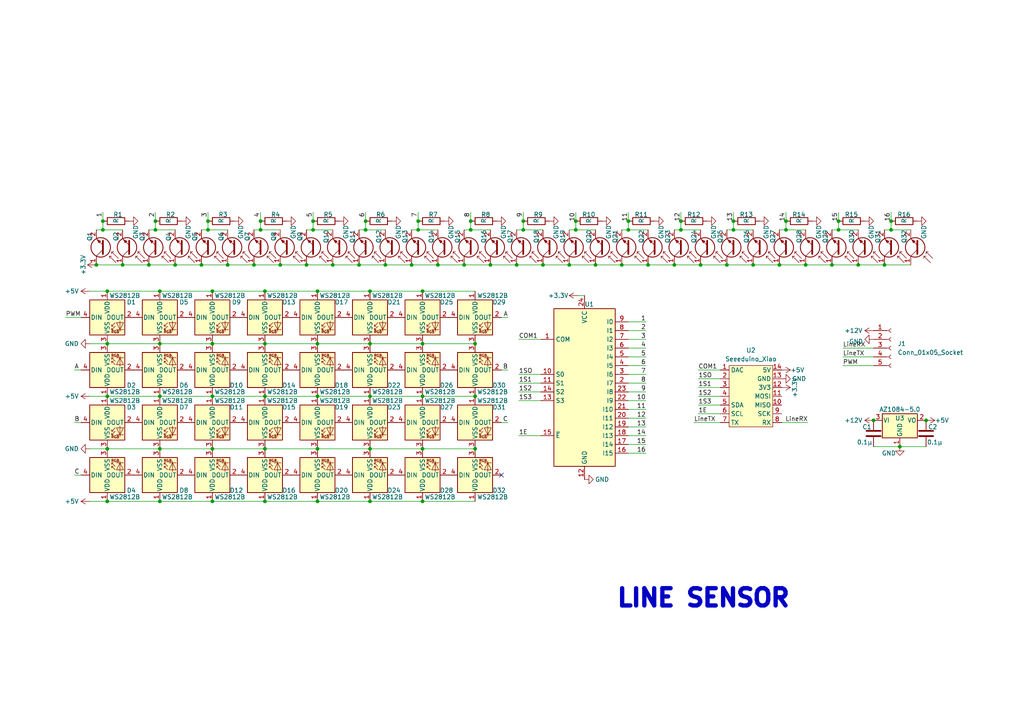
<source format=kicad_sch>
(kicad_sch (version 20230121) (generator eeschema)
  (paper "A4")
  (lib_symbols
    (symbol "74xx:CD74HC4067SM"
      (property "Reference" "U" (at -8.89 22.86 0))
      (property "Value" "CD74HC4067SM" (at 1.27 22.86 0))
      (symbol "CD74HC4067SM_1_1"
        (pin passive line (at -12.7 12.7 0) (length 3.81) (name "COM") (number "1"))
        (pin input line (at -12.7 2.54 0) (length 3.81) (name "S0") (number "10"))
        (pin input line (at -12.7 0 0) (length 3.81) (name "S1") (number "11"))
        (pin power_in line (at 0 -27.94 90) (length 3.81) (name "GND") (number "12"))
        (pin input line (at -12.7 -5.08 0) (length 3.81) (name "S3") (number "13"))
        (pin input line (at -12.7 -2.54 0) (length 3.81) (name "S2") (number "14"))
        (pin input line (at -12.7 -15.24 0) (length 3.81) (name "~{E}") (number "15"))
        (pin passive line (at 12.7 -20.32 180) (length 3.81) (name "I15") (number "16"))
        (pin passive line (at 12.7 -17.78 180) (length 3.81) (name "I14") (number "17"))
        (pin passive line (at 12.7 -15.24 180) (length 3.81) (name "I13") (number "18"))
        (pin passive line (at 12.7 -12.7 180) (length 3.81) (name "I12") (number "19"))
        (pin passive line (at 12.7 0 180) (length 3.81) (name "I7") (number "2"))
        (pin passive line (at 12.7 -10.16 180) (length 3.81) (name "I11") (number "20"))
        (pin passive line (at 12.7 -7.62 180) (length 3.81) (name "I10") (number "21"))
        (pin passive line (at 12.7 -5.08 180) (length 3.81) (name "I9") (number "22"))
        (pin passive line (at 12.7 -2.54 180) (length 3.81) (name "I8") (number "23"))
        (pin power_in line (at 0 25.4 270) (length 3.81) (name "VCC") (number "24"))
        (pin passive line (at 12.7 2.54 180) (length 3.81) (name "I6") (number "3"))
        (pin passive line (at 12.7 5.08 180) (length 3.81) (name "I5") (number "4"))
        (pin passive line (at 12.7 7.62 180) (length 3.81) (name "I4") (number "5"))
        (pin passive line (at 12.7 10.16 180) (length 3.81) (name "I3") (number "6"))
        (pin passive line (at 12.7 12.7 180) (length 3.81) (name "I2") (number "7"))
        (pin passive line (at 12.7 15.24 180) (length 3.81) (name "I1") (number "8"))
        (pin passive line (at 12.7 17.78 180) (length 3.81) (name "I0") (number "9"))
      )
    )
    (symbol "Connector:Conn_01x05_Socket" (pin_names (offset 1.016) hide)
      (property "Reference" "J" (at 0 7.62 0))
      (property "Value" "Conn_01x05_Socket" (at 0 -7.62 0))
      (symbol "Conn_01x05_Socket_1_1"
        (pin passive line (at -5.08 5.08 0) (length 3.81) (name "Pin_1") (number "1"))
        (pin passive line (at -5.08 2.54 0) (length 3.81) (name "Pin_2") (number "2"))
        (pin passive line (at -5.08 0 0) (length 3.81) (name "Pin_3") (number "3"))
        (pin passive line (at -5.08 -2.54 0) (length 3.81) (name "Pin_4") (number "4"))
        (pin passive line (at -5.08 -5.08 0) (length 3.81) (name "Pin_5") (number "5"))
      )
    )
    (symbol "Device:C" (pin_numbers hide) (pin_names (offset 0.254))
      (property "Reference" "C" (at 0.635 2.54 0))
      (property "Value" "C" (at 0.635 -2.54 0))
      (symbol "C_1_1"
        (pin passive line (at 0 3.81 270) (length 2.794) (name "~") (number "1"))
        (pin passive line (at 0 -3.81 90) (length 2.794) (name "~") (number "2"))
      )
    )
    (symbol "Device:Q_Photo_NPN" (pin_names (offset 0) hide)
      (property "Reference" "Q" (at 5.08 1.27 0))
      (property "Value" "Q_Photo_NPN" (at 5.08 -1.27 0))
      (symbol "Q_Photo_NPN_1_1"
        (pin passive line (at 2.54 5.08 270) (length 2.54) (name "C") (number "1"))
        (pin passive line (at 2.54 -5.08 90) (length 2.54) (name "E") (number "2"))
      )
    )
    (symbol "Device:R" (pin_numbers hide) (pin_names (offset 0))
      (property "Reference" "R" (at 2.032 0 90))
      (property "Value" "R" (at 0 0 90))
      (symbol "R_1_1"
        (pin passive line (at 0 3.81 270) (length 1.27) (name "~") (number "1"))
        (pin passive line (at 0 -3.81 90) (length 1.27) (name "~") (number "2"))
      )
    )
    (symbol "LED:WS2812B" (pin_names (offset 0.254))
      (property "Reference" "D" (at 5.08 5.715 0))
      (property "Value" "WS2812B" (at 1.27 -5.715 0))
      (symbol "WS2812B_0_0"
        (text "RGB" (at 2.286 -4.191 0) (effects (font (size 0.762 0.762))))
      )
      (symbol "WS2812B_1_1"
        (pin power_in line (at 0 7.62 270) (length 2.54) (name "VDD") (number "1"))
        (pin output line (at 7.62 0 180) (length 2.54) (name "DOUT") (number "2"))
        (pin power_in line (at 0 -7.62 90) (length 2.54) (name "VSS") (number "3"))
        (pin input line (at -7.62 0 0) (length 2.54) (name "DIN") (number "4"))
      )
    )
    (symbol "Regulator_Linear:AZ1084-5.0" (pin_names (offset 0.254))
      (property "Reference" "U" (at -3.81 3.175 0))
      (property "Value" "AZ1084-5.0" (at 0 3.175 0))
      (symbol "AZ1084-5.0_1_1"
        (pin power_in line (at 0 -7.62 90) (length 2.54) (name "GND") (number "1"))
        (pin power_out line (at 7.62 0 180) (length 2.54) (name "VO") (number "2"))
        (pin power_in line (at -7.62 0 0) (length 2.54) (name "VI") (number "3"))
      )
    )
    (symbol "power:+12V" (power) (pin_names (offset 0))
      (property "Value" "+12V" (at 0 3.556 0))
      (symbol "+12V_1_1"
        (pin power_in line (at 0 0 90) (length 0) hide (name "+12V") (number "1"))
      )
    )
    (symbol "power:+3.3V" (power) (pin_names (offset 0))
      (property "Value" "+3.3V" (at 0 3.556 0))
      (symbol "+3.3V_1_1"
        (pin power_in line (at 0 0 90) (length 0) hide (name "+3.3V") (number "1"))
      )
    )
    (symbol "power:+5V" (power) (pin_names (offset 0))
      (property "Value" "+5V" (at 0 3.556 0))
      (symbol "+5V_1_1"
        (pin power_in line (at 0 0 90) (length 0) hide (name "+5V") (number "1"))
      )
    )
    (symbol "power:GND" (power) (pin_names (offset 0))
      (property "Value" "GND" (at 0 -3.81 0))
      (symbol "GND_1_1"
        (pin power_in line (at 0 0 270) (length 0) hide (name "GND") (number "1"))
      )
    )
    (symbol "seeeduino_xiao:Seeeduino_Xiao"
      (property "Reference" "U" (at 0 12.7 0))
      (property "Value" "Seeeduino_Xiao" (at 0 10.16 0))
      (symbol "Seeeduino_Xiao_1_1"
        (pin bidirectional line (at -8.89 6.35 0) (length 2.54) (name "DAC") (number "1"))
        (pin bidirectional line (at 8.89 -3.81 180) (length 2.54) (name "MISO") (number "10"))
        (pin bidirectional line (at 8.89 -1.27 180) (length 2.54) (name "MOSI") (number "11"))
        (pin power_out line (at 8.89 1.27 180) (length 2.54) (name "3V3") (number "12"))
        (pin bidirectional line (at 8.89 3.81 180) (length 2.54) (name "GND") (number "13"))
        (pin power_in line (at 8.89 6.35 180) (length 2.54) (name "5V") (number "14"))
        (pin bidirectional line (at -8.89 3.81 0) (length 2.54) (name "") (number "2"))
        (pin bidirectional line (at -8.89 1.27 0) (length 2.54) (name "") (number "3"))
        (pin bidirectional line (at -8.89 -1.27 0) (length 2.54) (name "") (number "4"))
        (pin bidirectional line (at -8.89 -3.81 0) (length 2.54) (name "SDA") (number "5"))
        (pin bidirectional line (at -8.89 -6.35 0) (length 2.54) (name "SCL") (number "6"))
        (pin bidirectional line (at -8.89 -8.89 0) (length 2.54) (name "TX") (number "7"))
        (pin bidirectional line (at 8.89 -8.89 180) (length 2.54) (name "RX") (number "8"))
        (pin bidirectional line (at 8.89 -6.35 180) (length 2.54) (name "SCK") (number "9"))
      )
    )
  )
  (junction (at 29.845 64.135))
  (junction (at 107.315 114.935))
  (junction (at 227.965 66.675))
  (junction (at 122.555 114.935))
  (junction (at 248.92 76.835))
  (junction (at 50.8 76.835))
  (junction (at 122.555 145.415))
  (junction (at 90.805 64.135))
  (junction (at 212.725 66.675))
  (junction (at 76.835 99.695))
  (junction (at 73.66 76.835))
  (junction (at 75.565 64.135))
  (junction (at 46.355 145.415))
  (junction (at 260.985 129.54))
  (junction (at 137.795 130.175))
  (junction (at 243.205 66.675))
  (junction (at 92.075 99.695))
  (junction (at 61.595 130.175))
  (junction (at 241.3 76.835))
  (junction (at 35.56 76.835))
  (junction (at 31.115 130.175))
  (junction (at 92.075 84.455))
  (junction (at 76.835 130.175))
  (junction (at 45.085 64.135))
  (junction (at 46.355 84.455))
  (junction (at 268.605 121.92))
  (junction (at 165.1 76.835))
  (junction (at 122.555 130.175))
  (junction (at 106.045 64.135))
  (junction (at 60.325 66.675))
  (junction (at 121.285 64.135))
  (junction (at 66.04 76.835))
  (junction (at 43.18 76.835))
  (junction (at 90.805 66.675))
  (junction (at 61.595 145.415))
  (junction (at 253.365 121.92))
  (junction (at 61.595 84.455))
  (junction (at 122.555 84.455))
  (junction (at 61.595 99.695))
  (junction (at 107.315 84.455))
  (junction (at 137.795 99.695))
  (junction (at 31.115 99.695))
  (junction (at 195.58 76.835))
  (junction (at 106.045 66.675))
  (junction (at 203.2 76.835))
  (junction (at 180.34 76.835))
  (junction (at 226.06 76.835))
  (junction (at 92.075 145.415))
  (junction (at 75.565 66.675))
  (junction (at 243.205 64.135))
  (junction (at 61.595 114.935))
  (junction (at 151.765 66.675))
  (junction (at 136.525 66.675))
  (junction (at 46.355 99.695))
  (junction (at 218.44 76.835))
  (junction (at 104.14 76.835))
  (junction (at 76.835 84.455))
  (junction (at 134.62 76.835))
  (junction (at 172.72 76.835))
  (junction (at 76.835 145.415))
  (junction (at 233.68 76.835))
  (junction (at 182.245 64.135))
  (junction (at 45.085 66.675))
  (junction (at 46.355 130.175))
  (junction (at 58.42 76.835))
  (junction (at 111.76 76.835))
  (junction (at 187.96 76.835))
  (junction (at 149.86 76.835))
  (junction (at 227.965 64.135))
  (junction (at 76.835 114.935))
  (junction (at 182.245 66.675))
  (junction (at 107.315 99.695))
  (junction (at 210.82 76.835))
  (junction (at 46.355 114.935))
  (junction (at 119.38 76.835))
  (junction (at 258.445 64.135))
  (junction (at 167.005 64.135))
  (junction (at 92.075 130.175))
  (junction (at 197.485 64.135))
  (junction (at 142.24 76.835))
  (junction (at 136.525 64.135))
  (junction (at 88.9 76.835))
  (junction (at 127 76.835))
  (junction (at 31.115 145.415))
  (junction (at 157.48 76.835))
  (junction (at 151.765 64.135))
  (junction (at 121.285 66.675))
  (junction (at 137.795 114.935))
  (junction (at 122.555 99.695))
  (junction (at 107.315 145.415))
  (junction (at 60.325 64.135))
  (junction (at 27.94 76.835))
  (junction (at 92.075 114.935))
  (junction (at 81.28 76.835))
  (junction (at 212.725 64.135))
  (junction (at 96.52 76.835))
  (junction (at 258.445 66.675))
  (junction (at 31.115 84.455))
  (junction (at 29.845 66.675))
  (junction (at 256.54 76.835))
  (junction (at 167.005 66.675))
  (junction (at 197.485 66.675))
  (junction (at 31.115 114.935))
  (junction (at 107.315 130.175))
  (no_connect (at 145.415 137.795))
  (wire (pts (xy 197.485 66.675) (xy 203.2 66.675)))
  (wire (pts (xy 244.475 103.505) (xy 253.365 103.505)))
  (wire (pts (xy 60.325 64.135) (xy 60.325 66.675)))
  (wire (pts (xy 92.075 145.415) (xy 107.315 145.415)))
  (wire (pts (xy 180.34 76.835) (xy 187.96 76.835)))
  (wire (pts (xy 61.595 84.455) (xy 76.835 84.455)))
  (wire (pts (xy 218.44 76.835) (xy 226.06 76.835)))
  (wire (pts (xy 187.325 100.965) (xy 182.245 100.965)))
  (wire (pts (xy 151.765 64.135) (xy 151.765 61.595)))
  (wire (pts (xy 43.18 66.675) (xy 45.085 66.675)))
  (wire (pts (xy 147.32 107.315) (xy 145.415 107.315)))
  (wire (pts (xy 21.59 107.315) (xy 23.495 107.315)))
  (wire (pts (xy 88.9 66.675) (xy 90.805 66.675)))
  (wire (pts (xy 75.565 66.675) (xy 81.28 66.675)))
  (wire (pts (xy 45.085 64.135) (xy 45.085 61.595)))
  (wire (pts (xy 258.445 64.135) (xy 258.445 66.675)))
  (wire (pts (xy 50.8 76.835) (xy 58.42 76.835)))
  (wire (pts (xy 46.355 99.695) (xy 61.595 99.695)))
  (wire (pts (xy 136.525 64.135) (xy 136.525 61.595)))
  (wire (pts (xy 147.32 92.075) (xy 145.415 92.075)))
  (wire (pts (xy 122.555 114.935) (xy 137.795 114.935)))
  (wire (pts (xy 31.115 84.455) (xy 46.355 84.455)))
  (wire (pts (xy 256.54 66.675) (xy 258.445 66.675)))
  (wire (pts (xy 187.325 113.665) (xy 182.245 113.665)))
  (wire (pts (xy 151.765 66.675) (xy 157.48 66.675)))
  (wire (pts (xy 81.28 76.835) (xy 88.9 76.835)))
  (wire (pts (xy 187.325 123.825) (xy 182.245 123.825)))
  (wire (pts (xy 147.32 122.555) (xy 145.415 122.555)))
  (wire (pts (xy 92.075 114.935) (xy 107.315 114.935)))
  (wire (pts (xy 136.525 66.675) (xy 142.24 66.675)))
  (wire (pts (xy 31.115 145.415) (xy 46.355 145.415)))
  (wire (pts (xy 60.325 66.675) (xy 66.04 66.675)))
  (wire (pts (xy 107.315 130.175) (xy 122.555 130.175)))
  (wire (pts (xy 75.565 64.135) (xy 75.565 66.675)))
  (wire (pts (xy 212.725 66.675) (xy 218.44 66.675)))
  (wire (pts (xy 202.565 117.475) (xy 208.915 117.475)))
  (wire (pts (xy 187.325 128.905) (xy 182.245 128.905)))
  (wire (pts (xy 165.1 66.675) (xy 167.005 66.675)))
  (wire (pts (xy 106.045 64.135) (xy 106.045 66.675)))
  (wire (pts (xy 27.94 66.675) (xy 29.845 66.675)))
  (wire (pts (xy 167.005 66.675) (xy 172.72 66.675)))
  (wire (pts (xy 187.325 126.365) (xy 182.245 126.365)))
  (wire (pts (xy 234.315 122.555) (xy 226.695 122.555)))
  (wire (pts (xy 45.085 66.675) (xy 50.8 66.675)))
  (wire (pts (xy 212.725 64.135) (xy 212.725 66.675)))
  (wire (pts (xy 165.1 76.835) (xy 172.72 76.835)))
  (wire (pts (xy 46.355 84.455) (xy 61.595 84.455)))
  (wire (pts (xy 136.525 64.135) (xy 136.525 66.675)))
  (wire (pts (xy 172.72 76.835) (xy 180.34 76.835)))
  (wire (pts (xy 187.325 103.505) (xy 182.245 103.505)))
  (wire (pts (xy 43.18 76.835) (xy 50.8 76.835)))
  (wire (pts (xy 26.035 114.935) (xy 31.115 114.935)))
  (wire (pts (xy 106.045 64.135) (xy 106.045 61.595)))
  (wire (pts (xy 233.68 76.835) (xy 241.3 76.835)))
  (wire (pts (xy 241.3 66.675) (xy 243.205 66.675)))
  (wire (pts (xy 256.54 76.835) (xy 264.16 76.835)))
  (wire (pts (xy 121.285 66.675) (xy 127 66.675)))
  (wire (pts (xy 253.365 129.54) (xy 260.985 129.54)))
  (wire (pts (xy 187.325 116.205) (xy 182.245 116.205)))
  (wire (pts (xy 150.495 126.365) (xy 156.845 126.365)))
  (wire (pts (xy 260.985 129.54) (xy 268.605 129.54)))
  (wire (pts (xy 46.355 114.935) (xy 61.595 114.935)))
  (wire (pts (xy 21.59 122.555) (xy 23.495 122.555)))
  (wire (pts (xy 149.86 66.675) (xy 151.765 66.675)))
  (wire (pts (xy 226.06 76.835) (xy 233.68 76.835)))
  (wire (pts (xy 60.325 64.135) (xy 60.325 61.595)))
  (wire (pts (xy 210.82 76.835) (xy 218.44 76.835)))
  (wire (pts (xy 27.94 76.835) (xy 35.56 76.835)))
  (wire (pts (xy 92.075 130.175) (xy 107.315 130.175)))
  (wire (pts (xy 167.005 64.135) (xy 167.005 66.675)))
  (wire (pts (xy 187.325 131.445) (xy 182.245 131.445)))
  (wire (pts (xy 31.115 99.695) (xy 46.355 99.695)))
  (wire (pts (xy 58.42 66.675) (xy 60.325 66.675)))
  (wire (pts (xy 58.42 76.835) (xy 66.04 76.835)))
  (wire (pts (xy 104.14 76.835) (xy 111.76 76.835)))
  (wire (pts (xy 187.325 93.345) (xy 182.245 93.345)))
  (wire (pts (xy 243.205 64.135) (xy 243.205 66.675)))
  (wire (pts (xy 61.595 114.935) (xy 76.835 114.935)))
  (wire (pts (xy 202.565 120.015) (xy 208.915 120.015)))
  (wire (pts (xy 212.725 64.135) (xy 212.725 61.595)))
  (wire (pts (xy 127 76.835) (xy 134.62 76.835)))
  (wire (pts (xy 122.555 99.695) (xy 137.795 99.695)))
  (wire (pts (xy 121.285 64.135) (xy 121.285 61.595)))
  (wire (pts (xy 122.555 130.175) (xy 137.795 130.175)))
  (wire (pts (xy 243.205 64.135) (xy 243.205 61.595)))
  (wire (pts (xy 107.315 145.415) (xy 122.555 145.415)))
  (wire (pts (xy 106.045 66.675) (xy 111.76 66.675)))
  (wire (pts (xy 182.245 64.135) (xy 182.245 66.675)))
  (wire (pts (xy 248.92 76.835) (xy 256.54 76.835)))
  (wire (pts (xy 92.075 99.695) (xy 107.315 99.695)))
  (wire (pts (xy 46.355 145.415) (xy 61.595 145.415)))
  (wire (pts (xy 122.555 84.455) (xy 137.795 84.455)))
  (wire (pts (xy 187.325 95.885) (xy 182.245 95.885)))
  (wire (pts (xy 88.9 76.835) (xy 96.52 76.835)))
  (wire (pts (xy 244.475 100.965) (xy 253.365 100.965)))
  (wire (pts (xy 150.495 116.205) (xy 156.845 116.205)))
  (wire (pts (xy 29.845 64.135) (xy 29.845 66.675)))
  (wire (pts (xy 258.445 66.675) (xy 264.16 66.675)))
  (wire (pts (xy 151.765 64.135) (xy 151.765 66.675)))
  (wire (pts (xy 244.475 106.045) (xy 253.365 106.045)))
  (wire (pts (xy 21.59 137.795) (xy 23.495 137.795)))
  (wire (pts (xy 61.595 130.175) (xy 76.835 130.175)))
  (wire (pts (xy 202.565 114.935) (xy 208.915 114.935)))
  (wire (pts (xy 107.315 114.935) (xy 122.555 114.935)))
  (wire (pts (xy 35.56 76.835) (xy 43.18 76.835)))
  (wire (pts (xy 201.295 122.555) (xy 208.915 122.555)))
  (wire (pts (xy 167.005 64.135) (xy 167.005 61.595)))
  (wire (pts (xy 45.085 64.135) (xy 45.085 66.675)))
  (wire (pts (xy 19.05 92.075) (xy 23.495 92.075)))
  (wire (pts (xy 187.325 118.745) (xy 182.245 118.745)))
  (wire (pts (xy 134.62 76.835) (xy 142.24 76.835)))
  (wire (pts (xy 182.245 64.135) (xy 182.245 61.595)))
  (wire (pts (xy 195.58 66.675) (xy 197.485 66.675)))
  (wire (pts (xy 134.62 66.675) (xy 136.525 66.675)))
  (wire (pts (xy 258.445 64.135) (xy 258.445 61.595)))
  (wire (pts (xy 202.565 107.315) (xy 208.915 107.315)))
  (wire (pts (xy 76.835 114.935) (xy 92.075 114.935)))
  (wire (pts (xy 31.115 114.935) (xy 46.355 114.935)))
  (wire (pts (xy 150.495 108.585) (xy 156.845 108.585)))
  (wire (pts (xy 149.86 76.835) (xy 157.48 76.835)))
  (wire (pts (xy 187.325 108.585) (xy 182.245 108.585)))
  (wire (pts (xy 90.805 64.135) (xy 90.805 66.675)))
  (wire (pts (xy 26.035 145.415) (xy 31.115 145.415)))
  (wire (pts (xy 122.555 145.415) (xy 137.795 145.415)))
  (wire (pts (xy 187.325 111.125) (xy 182.245 111.125)))
  (wire (pts (xy 227.965 64.135) (xy 227.965 61.595)))
  (wire (pts (xy 187.325 121.285) (xy 182.245 121.285)))
  (wire (pts (xy 26.035 99.695) (xy 31.115 99.695)))
  (wire (pts (xy 202.565 112.395) (xy 208.915 112.395)))
  (wire (pts (xy 203.2 76.835) (xy 210.82 76.835)))
  (wire (pts (xy 243.205 66.675) (xy 248.92 66.675)))
  (wire (pts (xy 76.835 145.415) (xy 92.075 145.415)))
  (wire (pts (xy 182.245 66.675) (xy 187.96 66.675)))
  (wire (pts (xy 180.34 66.675) (xy 182.245 66.675)))
  (wire (pts (xy 92.075 84.455) (xy 107.315 84.455)))
  (wire (pts (xy 241.3 76.835) (xy 248.92 76.835)))
  (wire (pts (xy 210.82 66.675) (xy 212.725 66.675)))
  (wire (pts (xy 197.485 64.135) (xy 197.485 66.675)))
  (wire (pts (xy 96.52 76.835) (xy 104.14 76.835)))
  (wire (pts (xy 142.24 76.835) (xy 149.86 76.835)))
  (wire (pts (xy 119.38 76.835) (xy 127 76.835)))
  (wire (pts (xy 150.495 98.425) (xy 156.845 98.425)))
  (wire (pts (xy 167.64 85.725) (xy 169.545 85.725)))
  (wire (pts (xy 76.835 130.175) (xy 92.075 130.175)))
  (wire (pts (xy 90.805 64.135) (xy 90.805 61.595)))
  (wire (pts (xy 61.595 99.695) (xy 76.835 99.695)))
  (wire (pts (xy 46.355 130.175) (xy 61.595 130.175)))
  (wire (pts (xy 227.965 66.675) (xy 233.68 66.675)))
  (wire (pts (xy 195.58 76.835) (xy 203.2 76.835)))
  (wire (pts (xy 197.485 64.135) (xy 197.485 61.595)))
  (wire (pts (xy 29.845 66.675) (xy 35.56 66.675)))
  (wire (pts (xy 226.06 66.675) (xy 227.965 66.675)))
  (wire (pts (xy 119.38 66.675) (xy 121.285 66.675)))
  (wire (pts (xy 26.035 130.175) (xy 31.115 130.175)))
  (wire (pts (xy 227.965 64.135) (xy 227.965 66.675)))
  (wire (pts (xy 107.315 99.695) (xy 122.555 99.695)))
  (wire (pts (xy 31.115 130.175) (xy 46.355 130.175)))
  (wire (pts (xy 26.035 84.455) (xy 31.115 84.455)))
  (wire (pts (xy 76.835 84.455) (xy 92.075 84.455)))
  (wire (pts (xy 66.04 76.835) (xy 73.66 76.835)))
  (wire (pts (xy 150.495 111.125) (xy 156.845 111.125)))
  (wire (pts (xy 187.325 106.045) (xy 182.245 106.045)))
  (wire (pts (xy 76.835 99.695) (xy 92.075 99.695)))
  (wire (pts (xy 202.565 109.855) (xy 208.915 109.855)))
  (wire (pts (xy 73.66 66.675) (xy 75.565 66.675)))
  (wire (pts (xy 29.845 64.135) (xy 29.845 61.595)))
  (wire (pts (xy 121.285 64.135) (xy 121.285 66.675)))
  (wire (pts (xy 111.76 76.835) (xy 119.38 76.835)))
  (wire (pts (xy 150.495 113.665) (xy 156.845 113.665)))
  (wire (pts (xy 104.14 66.675) (xy 106.045 66.675)))
  (wire (pts (xy 107.315 84.455) (xy 122.555 84.455)))
  (wire (pts (xy 187.325 98.425) (xy 182.245 98.425)))
  (wire (pts (xy 75.565 64.135) (xy 75.565 61.595)))
  (wire (pts (xy 61.595 145.415) (xy 76.835 145.415)))
  (wire (pts (xy 157.48 76.835) (xy 165.1 76.835)))
  (wire (pts (xy 73.66 76.835) (xy 81.28 76.835)))
  (wire (pts (xy 187.96 76.835) (xy 195.58 76.835)))
  (wire (pts (xy 90.805 66.675) (xy 96.52 66.675)))
  (text "LINE SENSOR" (at 178.435 176.53 0) (effects (font (size 5 5) (thickness 1.6) bold) (justify left bottom)))
  (label "1" (at 29.845 61.595 270))
  (label "14" (at 227.965 61.595 270))
  (label "C" (at 147.32 122.555 180))
  (label "9" (at 187.325 113.665 180))
  (label "LineRX" (at 234.315 122.555 180))
  (label "1S2" (at 150.495 113.665 0))
  (label "B" (at 21.59 122.555 0))
  (label "LineTX" (at 244.475 103.505 0))
  (label "8" (at 187.325 111.125 180))
  (label "11" (at 182.245 61.595 270))
  (label "2" (at 187.325 95.885 180))
  (label "16" (at 187.325 131.445 180))
  (label "1" (at 187.325 93.345 180))
  (label "16" (at 258.445 61.595 270))
  (label "A" (at 147.32 92.075 180))
  (label "B" (at 147.32 107.315 180))
  (label "15" (at 187.325 128.905 180))
  (label "7" (at 121.285 61.595 270))
  (label "3" (at 60.325 61.595 270))
  (label "1E" (at 202.565 120.015 0))
  (label "4" (at 75.565 61.595 270))
  (label "COM1" (at 150.495 98.425 0))
  (label "15" (at 243.205 61.595 270))
  (label "C" (at 21.59 137.795 0))
  (label "1S1" (at 150.495 111.125 0))
  (label "4" (at 187.325 100.965 180))
  (label "11" (at 187.325 118.745 180))
  (label "1SO" (at 150.495 108.585 0))
  (label "LineTX" (at 201.295 122.555 0))
  (label "10" (at 167.005 61.595 270))
  (label "1S1" (at 202.565 112.395 0))
  (label "3" (at 187.325 98.425 180))
  (label "6" (at 106.045 61.595 270))
  (label "1S2" (at 202.565 114.935 0))
  (label "PWM" (at 244.475 106.045 0))
  (label "1S3" (at 202.565 117.475 0))
  (label "12" (at 197.485 61.595 270))
  (label "13" (at 212.725 61.595 270))
  (label "PWM" (at 19.05 92.075 0))
  (label "6" (at 187.325 106.045 180))
  (label "8" (at 136.525 61.595 270))
  (label "7" (at 187.325 108.585 180))
  (label "1S3" (at 150.495 116.205 0))
  (label "A" (at 21.59 107.315 0))
  (label "1SO" (at 202.565 109.855 0))
  (label "5" (at 187.325 103.505 180))
  (label "5" (at 90.805 61.595 270))
  (label "LineRX" (at 244.475 100.965 0))
  (label "9" (at 151.765 61.595 270))
  (label "12" (at 187.325 121.285 180))
  (label "10" (at 187.325 116.205 180))
  (label "2" (at 45.085 61.595 270))
  (label "14" (at 187.325 126.365 180))
  (label "13" (at 187.325 123.825 180))
  (label "1E" (at 150.495 126.365 0))
  (label "COM1" (at 202.565 107.315 0))
  (symbol (lib_id "Device:Q_Photo_NPN") (at 236.22 71.755 180) (unit 1)
    (property "Reference" "Q28" (at 231.775 68.58 90))
    (property "Value" "Q_Photo_NPN" (effects hide))
    (property "Footprint" "LED_THT:LED_D3.0mm" (effects hide))
  )
  (symbol (lib_id "Device:Q_Photo_NPN") (at 129.54 71.755 180) (unit 1)
    (property "Reference" "Q14" (at 125.095 68.58 90))
    (property "Value" "Q_Photo_NPN" (effects hide))
    (property "Footprint" "LED_THT:LED_D3.0mm" (effects hide))
  )
  (symbol (lib_id "Device:Q_Photo_NPN") (at 137.16 71.755 180) (unit 1)
    (property "Reference" "Q15" (at 132.715 68.58 90))
    (property "Value" "Q_Photo_NPN" (effects hide))
    (property "Footprint" "LED_THT:LED_D3.0mm" (effects hide))
  )
  (symbol (lib_id "Device:R") (at 64.135 64.135 90) (unit 1)
    (property "Reference" "R3" (at 66.04 62.23 90) (effects (justify left)))
    (property "Value" "R" (at 64.135 64.77 0) (effects (justify left)))
    (property "Footprint" "Resistor_SMD:R_0603_1608Metric" (effects hide))
    (property "LCSC" "C912493" (effects hide))
  )
  (symbol (lib_id "power:GND") (at 205.105 64.135 90) (unit 1)
    (property "Reference" "#PWR020" (effects hide))
    (property "Value" "GND" (at 207.01 67.31 0))
  )
  (symbol (lib_id "power:GND") (at 37.465 64.135 90) (unit 1)
    (property "Reference" "#PWR07" (effects hide))
    (property "Value" "GND" (at 39.37 67.31 0))
  )
  (symbol (lib_id "LED:WS2812B") (at 61.595 137.795 0) (mirror x) (unit 1)
    (property "Reference" "D12" (at 68.58 142.24 0))
    (property "Value" "WS2812B" (at 66.675 144.145 0))
    (property "Footprint" "LED_SMD:LED_WS2812B_PLCC4_5.0x5.0mm_P3.2mm" (effects hide))
    (property "Datasheet" "https://cdn-shop.adafruit.com/datasheets/WS2812B.pdf" (effects hide))
    (property "LCSC" "C965555" (effects hide))
  )
  (symbol (lib_id "Device:Q_Photo_NPN") (at 167.64 71.755 180) (unit 1)
    (property "Reference" "Q19" (at 163.195 68.58 90))
    (property "Value" "Q_Photo_NPN" (effects hide))
    (property "Footprint" "LED_THT:LED_D3.0mm" (effects hide))
  )
  (symbol (lib_id "power:GND") (at 52.705 64.135 90) (unit 1)
    (property "Reference" "#PWR08" (effects hide))
    (property "Value" "GND" (at 54.61 67.31 0))
  )
  (symbol (lib_id "Device:R") (at 201.295 64.135 90) (unit 1)
    (property "Reference" "R12" (at 203.2 62.23 90) (effects (justify left)))
    (property "Value" "R" (at 201.295 64.77 0) (effects (justify left)))
    (property "Footprint" "Resistor_SMD:R_0603_1608Metric" (effects hide))
    (property "LCSC" "C912493" (effects hide))
  )
  (symbol (lib_id "Device:Q_Photo_NPN") (at 45.72 71.755 180) (unit 1)
    (property "Reference" "Q3" (at 41.275 68.58 90))
    (property "Value" "Q_Photo_NPN" (effects hide))
    (property "Footprint" "LED_THT:LED_D3.0mm" (effects hide))
  )
  (symbol (lib_id "LED:WS2812B") (at 122.555 137.795 0) (mirror x) (unit 1)
    (property "Reference" "D28" (at 129.54 142.24 0))
    (property "Value" "WS2812B" (at 127.635 144.145 0))
    (property "Footprint" "LED_SMD:LED_WS2812B_PLCC4_5.0x5.0mm_P3.2mm" (effects hide))
    (property "Datasheet" "https://cdn-shop.adafruit.com/datasheets/WS2812B.pdf" (effects hide))
    (property "LCSC" "C965555" (effects hide))
  )
  (symbol (lib_id "power:GND") (at 26.035 99.695 270) (unit 1)
    (property "Reference" "#PWR02" (effects hide))
    (property "Value" "GND" (at 22.86 99.695 90) (effects (justify right)))
  )
  (symbol (lib_id "power:+5V") (at 26.035 114.935 90) (unit 1)
    (property "Reference" "#PWR03" (effects hide))
    (property "Value" "+5V" (at 22.86 114.935 90) (effects (justify left)))
  )
  (symbol (lib_id "Device:Q_Photo_NPN") (at 175.26 71.755 180) (unit 1)
    (property "Reference" "Q20" (at 170.815 68.58 90))
    (property "Value" "Q_Photo_NPN" (effects hide))
    (property "Footprint" "LED_THT:LED_D3.0mm" (effects hide))
  )
  (symbol (lib_id "Device:R") (at 48.895 64.135 90) (unit 1)
    (property "Reference" "R2" (at 50.8 62.23 90) (effects (justify left)))
    (property "Value" "R" (at 48.895 64.77 0) (effects (justify left)))
    (property "Footprint" "Resistor_SMD:R_0603_1608Metric" (effects hide))
    (property "LCSC" "C912493" (effects hide))
  )
  (symbol (lib_id "LED:WS2812B") (at 137.795 92.075 0) (unit 1)
    (property "Reference" "D29" (at 144.78 87.63 0))
    (property "Value" "WS2812B" (at 142.875 85.725 0))
    (property "Footprint" "LED_SMD:LED_WS2812B_PLCC4_5.0x5.0mm_P3.2mm" (effects hide))
    (property "Datasheet" "https://cdn-shop.adafruit.com/datasheets/WS2812B.pdf" (effects hide))
    (property "LCSC" "C965555" (effects hide))
  )
  (symbol (lib_id "power:+5V") (at 26.035 145.415 90) (unit 1)
    (property "Reference" "#PWR05" (effects hide))
    (property "Value" "+5V" (at 22.86 145.415 90) (effects (justify left)))
  )
  (symbol (lib_id "power:GND") (at 226.695 109.855 90) (unit 1)
    (property "Reference" "#PWR023" (effects hide))
    (property "Value" "GND" (at 231.775 109.855 90))
  )
  (symbol (lib_id "Device:Q_Photo_NPN") (at 251.46 71.755 180) (unit 1)
    (property "Reference" "Q30" (at 247.015 68.58 90))
    (property "Value" "Q_Photo_NPN" (effects hide))
    (property "Footprint" "LED_THT:LED_D3.0mm" (effects hide))
  )
  (symbol (lib_id "Device:R") (at 79.375 64.135 90) (unit 1)
    (property "Reference" "R4" (at 81.28 62.23 90) (effects (justify left)))
    (property "Value" "R" (at 79.375 64.77 0) (effects (justify left)))
    (property "Footprint" "Resistor_SMD:R_0603_1608Metric" (effects hide))
    (property "LCSC" "C912493" (effects hide))
  )
  (symbol (lib_id "Device:R") (at 155.575 64.135 90) (unit 1)
    (property "Reference" "R9" (at 157.48 62.23 90) (effects (justify left)))
    (property "Value" "R" (at 155.575 64.77 0) (effects (justify left)))
    (property "Footprint" "Resistor_SMD:R_0603_1608Metric" (effects hide))
    (property "LCSC" "C912493" (effects hide))
  )
  (symbol (lib_id "Device:R") (at 109.855 64.135 90) (unit 1)
    (property "Reference" "R6" (at 111.76 62.23 90) (effects (justify left)))
    (property "Value" "R" (at 109.855 64.77 0) (effects (justify left)))
    (property "Footprint" "Resistor_SMD:R_0603_1608Metric" (effects hide))
    (property "LCSC" "C912493" (effects hide))
  )
  (symbol (lib_id "power:GND") (at 169.545 139.065 90) (unit 1)
    (property "Reference" "#PWR017" (effects hide))
    (property "Value" "GND" (at 174.625 139.065 90))
  )
  (symbol (lib_id "Device:Q_Photo_NPN") (at 198.12 71.755 180) (unit 1)
    (property "Reference" "Q23" (at 193.675 68.58 90))
    (property "Value" "Q_Photo_NPN" (effects hide))
    (property "Footprint" "LED_THT:LED_D3.0mm" (effects hide))
  )
  (symbol (lib_id "Connector:Conn_01x05_Socket") (at 258.445 100.965 0) (unit 1)
    (property "Reference" "J1" (at 260.35 99.695 0) (effects (justify left)))
    (property "Value" "Conn_01x05_Socket" (at 260.35 102.235 0) (effects (justify left)))
    (property "Footprint" "Connector_PinHeader_2.54mm:PinHeader_1x05_P2.54mm_Vertical" (effects hide))
  )
  (symbol (lib_id "LED:WS2812B") (at 61.595 107.315 0) (mirror x) (unit 1)
    (property "Reference" "D10" (at 68.58 111.76 0))
    (property "Value" "WS2812B" (at 66.675 113.665 0))
    (property "Footprint" "LED_SMD:LED_WS2812B_PLCC4_5.0x5.0mm_P3.2mm" (effects hide))
    (property "Datasheet" "https://cdn-shop.adafruit.com/datasheets/WS2812B.pdf" (effects hide))
    (property "LCSC" "C965555" (effects hide))
  )
  (symbol (lib_id "seeeduino_xiao:Seeeduino_Xiao") (at 217.805 113.665 0) (unit 1)
    (property "Reference" "U2" (at 217.805 101.6 0))
    (property "Value" "Seeeduino_Xiao" (at 217.805 104.14 0))
    (property "Footprint" "Seeeduino_Xiao:seeeduinoXIAO" (effects hide))
  )
  (symbol (lib_id "power:GND") (at 26.035 130.175 270) (unit 1)
    (property "Reference" "#PWR04" (effects hide))
    (property "Value" "GND" (at 22.86 130.175 90) (effects (justify right)))
  )
  (symbol (lib_id "74xx:CD74HC4067SM") (at 169.545 111.125 0) (unit 1)
    (property "Reference" "U1" (at 169.545 88.265 0) (effects (justify left)))
    (property "Value" "CD74HC4067SM" (effects hide))
    (property "Footprint" "Package_SO:SSOP-24_5.3x8.2mm_P0.65mm" (effects hide))
    (property "Datasheet" "http://www.ti.com/lit/ds/symlink/cd74hc4067.pdf" (effects hide))
    (property "LCSC" "C98457" (effects hide))
  )
  (symbol (lib_id "LED:WS2812B") (at 46.355 107.315 0) (mirror x) (unit 1)
    (property "Reference" "D6" (at 53.34 111.76 0))
    (property "Value" "WS2812B" (at 51.435 113.665 0))
    (property "Footprint" "LED_SMD:LED_WS2812B_PLCC4_5.0x5.0mm_P3.2mm" (effects hide))
    (property "Datasheet" "https://cdn-shop.adafruit.com/datasheets/WS2812B.pdf" (effects hide))
    (property "LCSC" "C965555" (effects hide))
  )
  (symbol (lib_id "Device:Q_Photo_NPN") (at 243.84 71.755 180) (unit 1)
    (property "Reference" "Q29" (at 239.395 68.58 90))
    (property "Value" "Q_Photo_NPN" (effects hide))
    (property "Footprint" "LED_THT:LED_D3.0mm" (effects hide))
  )
  (symbol (lib_id "LED:WS2812B") (at 122.555 92.075 0) (unit 1)
    (property "Reference" "D25" (at 129.54 87.63 0))
    (property "Value" "WS2812B" (at 127.635 85.725 0))
    (property "Footprint" "LED_SMD:LED_WS2812B_PLCC4_5.0x5.0mm_P3.2mm" (effects hide))
    (property "Datasheet" "https://cdn-shop.adafruit.com/datasheets/WS2812B.pdf" (effects hide))
    (property "LCSC" "C965555" (effects hide))
  )
  (symbol (lib_id "power:+5V") (at 268.605 121.92 270) (unit 1)
    (property "Reference" "#PWR032" (effects hide))
    (property "Value" "+5V" (at 271.145 121.92 90) (effects (justify left)))
  )
  (symbol (lib_id "power:GND") (at 266.065 64.135 90) (unit 1)
    (property "Reference" "#PWR031" (effects hide))
    (property "Value" "GND" (at 267.97 67.31 0))
  )
  (symbol (lib_id "Device:Q_Photo_NPN") (at 259.08 71.755 180) (unit 1)
    (property "Reference" "Q31" (at 254.635 68.58 90))
    (property "Value" "Q_Photo_NPN" (effects hide))
    (property "Footprint" "LED_THT:LED_D3.0mm" (effects hide))
  )
  (symbol (lib_id "power:GND") (at 113.665 64.135 90) (unit 1)
    (property "Reference" "#PWR012" (effects hide))
    (property "Value" "GND" (at 115.57 67.31 0))
  )
  (symbol (lib_id "power:GND") (at 98.425 64.135 90) (unit 1)
    (property "Reference" "#PWR011" (effects hide))
    (property "Value" "GND" (at 100.33 67.31 0))
  )
  (symbol (lib_id "LED:WS2812B") (at 107.315 92.075 0) (unit 1)
    (property "Reference" "D21" (at 114.3 87.63 0))
    (property "Value" "WS2812B" (at 112.395 85.725 0))
    (property "Footprint" "LED_SMD:LED_WS2812B_PLCC4_5.0x5.0mm_P3.2mm" (effects hide))
    (property "Datasheet" "https://cdn-shop.adafruit.com/datasheets/WS2812B.pdf" (effects hide))
    (property "LCSC" "C965555" (effects hide))
  )
  (symbol (lib_id "Device:Q_Photo_NPN") (at 68.58 71.755 180) (unit 1)
    (property "Reference" "Q6" (at 64.135 68.58 90))
    (property "Value" "Q_Photo_NPN" (effects hide))
    (property "Footprint" "LED_THT:LED_D3.0mm" (effects hide))
  )
  (symbol (lib_id "Device:Q_Photo_NPN") (at 60.96 71.755 180) (unit 1)
    (property "Reference" "Q5" (at 56.515 68.58 90))
    (property "Value" "Q_Photo_NPN" (effects hide))
    (property "Footprint" "LED_THT:LED_D3.0mm" (effects hide))
  )
  (symbol (lib_id "Device:R") (at 262.255 64.135 90) (unit 1)
    (property "Reference" "R16" (at 264.16 62.23 90) (effects (justify left)))
    (property "Value" "R" (at 262.255 64.77 0) (effects (justify left)))
    (property "Footprint" "Resistor_SMD:R_0603_1608Metric" (effects hide))
    (property "LCSC" "C912493" (effects hide))
  )
  (symbol (lib_id "LED:WS2812B") (at 31.115 107.315 0) (mirror x) (unit 1)
    (property "Reference" "D2" (at 38.1 111.76 0))
    (property "Value" "WS2812B" (at 36.195 113.665 0))
    (property "Footprint" "LED_SMD:LED_WS2812B_PLCC4_5.0x5.0mm_P3.2mm" (effects hide))
    (property "Datasheet" "https://cdn-shop.adafruit.com/datasheets/WS2812B.pdf" (effects hide))
    (property "LCSC" "C965555" (effects hide))
  )
  (symbol (lib_id "Device:Q_Photo_NPN") (at 91.44 71.755 180) (unit 1)
    (property "Reference" "Q9" (at 86.995 68.58 90))
    (property "Value" "Q_Photo_NPN" (effects hide))
    (property "Footprint" "LED_THT:LED_D3.0mm" (effects hide))
  )
  (symbol (lib_id "LED:WS2812B") (at 107.315 107.315 0) (mirror x) (unit 1)
    (property "Reference" "D22" (at 114.3 111.76 0))
    (property "Value" "WS2812B" (at 112.395 113.665 0))
    (property "Footprint" "LED_SMD:LED_WS2812B_PLCC4_5.0x5.0mm_P3.2mm" (effects hide))
    (property "Datasheet" "https://cdn-shop.adafruit.com/datasheets/WS2812B.pdf" (effects hide))
    (property "LCSC" "C965555" (effects hide))
  )
  (symbol (lib_id "Device:C") (at 253.365 125.73 180) (unit 1)
    (property "Reference" "C1" (at 251.46 123.825 0))
    (property "Value" "0.1μ" (at 250.825 128.27 0))
    (property "Footprint" "Capacitor_SMD:C_1210_3225Metric" (effects hide))
  )
  (symbol (lib_id "LED:WS2812B") (at 92.075 107.315 0) (mirror x) (unit 1)
    (property "Reference" "D18" (at 99.06 111.76 0))
    (property "Value" "WS2812B" (at 97.155 113.665 0))
    (property "Footprint" "LED_SMD:LED_WS2812B_PLCC4_5.0x5.0mm_P3.2mm" (effects hide))
    (property "Datasheet" "https://cdn-shop.adafruit.com/datasheets/WS2812B.pdf" (effects hide))
    (property "LCSC" "C965555" (effects hide))
  )
  (symbol (lib_id "power:+12V") (at 253.365 95.885 90) (unit 1)
    (property "Reference" "#PWR027" (effects hide))
    (property "Value" "+12V" (at 250.19 95.885 90) (effects (justify left)))
  )
  (symbol (lib_id "Device:R") (at 94.615 64.135 90) (unit 1)
    (property "Reference" "R5" (at 96.52 62.23 90) (effects (justify left)))
    (property "Value" "R" (at 94.615 64.77 0) (effects (justify left)))
    (property "Footprint" "Resistor_SMD:R_0603_1608Metric" (effects hide))
    (property "LCSC" "C912493" (effects hide))
  )
  (symbol (lib_id "LED:WS2812B") (at 137.795 137.795 0) (mirror x) (unit 1)
    (property "Reference" "D32" (at 144.78 142.24 0))
    (property "Value" "WS2812B" (at 142.875 144.145 0))
    (property "Footprint" "LED_SMD:LED_WS2812B_PLCC4_5.0x5.0mm_P3.2mm" (effects hide))
    (property "Datasheet" "https://cdn-shop.adafruit.com/datasheets/WS2812B.pdf" (effects hide))
    (property "LCSC" "C965555" (effects hide))
  )
  (symbol (lib_id "LED:WS2812B") (at 31.115 122.555 0) (unit 1)
    (property "Reference" "D3" (at 38.1 118.11 0))
    (property "Value" "WS2812B" (at 36.195 116.205 0))
    (property "Footprint" "LED_SMD:LED_WS2812B_PLCC4_5.0x5.0mm_P3.2mm" (effects hide))
    (property "Datasheet" "https://cdn-shop.adafruit.com/datasheets/WS2812B.pdf" (effects hide))
    (property "LCSC" "C965555" (effects hide))
  )
  (symbol (lib_id "LED:WS2812B") (at 31.115 92.075 0) (unit 1)
    (property "Reference" "D1" (at 38.1 87.63 0))
    (property "Value" "WS2812B" (at 36.195 85.725 0))
    (property "Footprint" "LED_SMD:LED_WS2812B_PLCC4_5.0x5.0mm_P3.2mm" (effects hide))
    (property "Datasheet" "https://cdn-shop.adafruit.com/datasheets/WS2812B.pdf" (effects hide))
    (property "LCSC" "C965555" (effects hide))
  )
  (symbol (lib_id "power:GND") (at 250.825 64.135 90) (unit 1)
    (property "Reference" "#PWR026" (effects hide))
    (property "Value" "GND" (at 252.73 67.31 0))
  )
  (symbol (lib_id "Device:Q_Photo_NPN") (at 121.92 71.755 180) (unit 1)
    (property "Reference" "Q13" (at 117.475 68.58 90))
    (property "Value" "Q_Photo_NPN" (effects hide))
    (property "Footprint" "LED_THT:LED_D3.0mm" (effects hide))
  )
  (symbol (lib_id "Device:Q_Photo_NPN") (at 30.48 71.755 180) (unit 1)
    (property "Reference" "Q1" (at 26.035 68.58 90))
    (property "Value" "Q_Photo_NPN" (effects hide))
    (property "Footprint" "LED_THT:LED_D3.0mm" (effects hide))
  )
  (symbol (lib_id "Device:R") (at 140.335 64.135 90) (unit 1)
    (property "Reference" "R8" (at 142.24 62.23 90) (effects (justify left)))
    (property "Value" "R" (at 140.335 64.77 0) (effects (justify left)))
    (property "Footprint" "Resistor_SMD:R_0603_1608Metric" (effects hide))
    (property "LCSC" "C912493" (effects hide))
  )
  (symbol (lib_id "power:GND") (at 235.585 64.135 90) (unit 1)
    (property "Reference" "#PWR025" (effects hide))
    (property "Value" "GND" (at 237.49 67.31 0))
  )
  (symbol (lib_id "Device:Q_Photo_NPN") (at 205.74 71.755 180) (unit 1)
    (property "Reference" "Q24" (at 201.295 68.58 90))
    (property "Value" "Q_Photo_NPN" (effects hide))
    (property "Footprint" "LED_THT:LED_D3.0mm" (effects hide))
  )
  (symbol (lib_id "Device:R") (at 170.815 64.135 90) (unit 1)
    (property "Reference" "R10" (at 172.72 62.23 90) (effects (justify left)))
    (property "Value" "R" (at 170.815 64.77 0) (effects (justify left)))
    (property "Footprint" "Resistor_SMD:R_0603_1608Metric" (effects hide))
    (property "LCSC" "C912493" (effects hide))
  )
  (symbol (lib_id "LED:WS2812B") (at 92.075 137.795 0) (mirror x) (unit 1)
    (property "Reference" "D20" (at 99.06 142.24 0))
    (property "Value" "WS2812B" (at 97.155 144.145 0))
    (property "Footprint" "LED_SMD:LED_WS2812B_PLCC4_5.0x5.0mm_P3.2mm" (effects hide))
    (property "Datasheet" "https://cdn-shop.adafruit.com/datasheets/WS2812B.pdf" (effects hide))
    (property "LCSC" "C965555" (effects hide))
  )
  (symbol (lib_id "Device:Q_Photo_NPN") (at 190.5 71.755 180) (unit 1)
    (property "Reference" "Q22" (at 186.055 68.58 90))
    (property "Value" "Q_Photo_NPN" (effects hide))
    (property "Footprint" "LED_THT:LED_D3.0mm" (effects hide))
  )
  (symbol (lib_id "Device:Q_Photo_NPN") (at 144.78 71.755 180) (unit 1)
    (property "Reference" "Q16" (at 140.335 68.58 90))
    (property "Value" "Q_Photo_NPN" (effects hide))
    (property "Footprint" "LED_THT:LED_D3.0mm" (effects hide))
  )
  (symbol (lib_id "power:+5V") (at 26.035 84.455 90) (unit 1)
    (property "Reference" "#PWR01" (effects hide))
    (property "Value" "+5V" (at 22.86 84.455 90) (effects (justify left)))
  )
  (symbol (lib_id "LED:WS2812B") (at 46.355 137.795 0) (mirror x) (unit 1)
    (property "Reference" "D8" (at 53.34 142.24 0))
    (property "Value" "WS2812B" (at 51.435 144.145 0))
    (property "Footprint" "LED_SMD:LED_WS2812B_PLCC4_5.0x5.0mm_P3.2mm" (effects hide))
    (property "Datasheet" "https://cdn-shop.adafruit.com/datasheets/WS2812B.pdf" (effects hide))
    (property "LCSC" "C965555" (effects hide))
  )
  (symbol (lib_id "Device:Q_Photo_NPN") (at 76.2 71.755 180) (unit 1)
    (property "Reference" "Q7" (at 71.755 68.58 90))
    (property "Value" "Q_Photo_NPN" (effects hide))
    (property "Footprint" "LED_THT:LED_D3.0mm" (effects hide))
  )
  (symbol (lib_id "LED:WS2812B") (at 122.555 122.555 0) (unit 1)
    (property "Reference" "D27" (at 129.54 118.11 0))
    (property "Value" "WS2812B" (at 127.635 116.205 0))
    (property "Footprint" "LED_SMD:LED_WS2812B_PLCC4_5.0x5.0mm_P3.2mm" (effects hide))
    (property "Datasheet" "https://cdn-shop.adafruit.com/datasheets/WS2812B.pdf" (effects hide))
    (property "LCSC" "C965555" (effects hide))
  )
  (symbol (lib_id "power:GND") (at 128.905 64.135 90) (unit 1)
    (property "Reference" "#PWR013" (effects hide))
    (property "Value" "GND" (at 130.81 67.31 0))
  )
  (symbol (lib_id "power:GND") (at 83.185 64.135 90) (unit 1)
    (property "Reference" "#PWR010" (effects hide))
    (property "Value" "GND" (at 85.09 67.31 0))
  )
  (symbol (lib_id "Device:Q_Photo_NPN") (at 106.68 71.755 180) (unit 1)
    (property "Reference" "Q11" (at 102.235 68.58 90))
    (property "Value" "Q_Photo_NPN" (effects hide))
    (property "Footprint" "LED_THT:LED_D3.0mm" (effects hide))
  )
  (symbol (lib_id "power:+12V") (at 253.365 121.92 90) (unit 1)
    (property "Reference" "#PWR029" (effects hide))
    (property "Value" "+12V" (at 250.19 121.92 90) (effects (justify left)))
  )
  (symbol (lib_id "Device:R") (at 33.655 64.135 90) (unit 1)
    (property "Reference" "R1" (at 35.56 62.23 90) (effects (justify left)))
    (property "Value" "R" (at 33.655 64.77 0) (effects (justify left)))
    (property "Footprint" "Resistor_SMD:R_0603_1608Metric" (effects hide))
    (property "LCSC" "C912493" (effects hide))
  )
  (symbol (lib_id "power:+5V") (at 226.695 107.315 270) (unit 1)
    (property "Reference" "#PWR022" (effects hide))
    (property "Value" "+5V" (at 229.235 107.315 90) (effects (justify left)))
  )
  (symbol (lib_id "LED:WS2812B") (at 122.555 107.315 0) (mirror x) (unit 1)
    (property "Reference" "D26" (at 129.54 111.76 0))
    (property "Value" "WS2812B" (at 127.635 113.665 0))
    (property "Footprint" "LED_SMD:LED_WS2812B_PLCC4_5.0x5.0mm_P3.2mm" (effects hide))
    (property "Datasheet" "https://cdn-shop.adafruit.com/datasheets/WS2812B.pdf" (effects hide))
    (property "LCSC" "C965555" (effects hide))
  )
  (symbol (lib_id "LED:WS2812B") (at 76.835 92.075 0) (unit 1)
    (property "Reference" "D13" (at 83.82 87.63 0))
    (property "Value" "WS2812B" (at 81.915 85.725 0))
    (property "Footprint" "LED_SMD:LED_WS2812B_PLCC4_5.0x5.0mm_P3.2mm" (effects hide))
    (property "Datasheet" "https://cdn-shop.adafruit.com/datasheets/WS2812B.pdf" (effects hide))
    (property "LCSC" "C965555" (effects hide))
  )
  (symbol (lib_id "Device:Q_Photo_NPN") (at 182.88 71.755 180) (unit 1)
    (property "Reference" "Q21" (at 178.435 68.58 90))
    (property "Value" "Q_Photo_NPN" (effects hide))
    (property "Footprint" "LED_THT:LED_D3.0mm" (effects hide))
  )
  (symbol (lib_id "Device:R") (at 247.015 64.135 90) (unit 1)
    (property "Reference" "R15" (at 248.92 62.23 90) (effects (justify left)))
    (property "Value" "R" (at 247.015 64.77 0) (effects (justify left)))
    (property "Footprint" "Resistor_SMD:R_0603_1608Metric" (effects hide))
    (property "LCSC" "C912493" (effects hide))
  )
  (symbol (lib_id "LED:WS2812B") (at 107.315 122.555 0) (unit 1)
    (property "Reference" "D23" (at 114.3 118.11 0))
    (property "Value" "WS2812B" (at 112.395 116.205 0))
    (property "Footprint" "LED_SMD:LED_WS2812B_PLCC4_5.0x5.0mm_P3.2mm" (effects hide))
    (property "Datasheet" "https://cdn-shop.adafruit.com/datasheets/WS2812B.pdf" (effects hide))
    (property "LCSC" "C965555" (effects hide))
  )
  (symbol (lib_id "Device:Q_Photo_NPN") (at 220.98 71.755 180) (unit 1)
    (property "Reference" "Q26" (at 216.535 68.58 90))
    (property "Value" "Q_Photo_NPN" (effects hide))
    (property "Footprint" "LED_THT:LED_D3.0mm" (effects hide))
  )
  (symbol (lib_id "LED:WS2812B") (at 46.355 92.075 0) (unit 1)
    (property "Reference" "D5" (at 53.34 87.63 0))
    (property "Value" "WS2812B" (at 51.435 85.725 0))
    (property "Footprint" "LED_SMD:LED_WS2812B_PLCC4_5.0x5.0mm_P3.2mm" (effects hide))
    (property "Datasheet" "https://cdn-shop.adafruit.com/datasheets/WS2812B.pdf" (effects hide))
    (property "LCSC" "C965555" (effects hide))
  )
  (symbol (lib_id "Device:Q_Photo_NPN") (at 152.4 71.755 180) (unit 1)
    (property "Reference" "Q17" (at 147.955 68.58 90))
    (property "Value" "Q_Photo_NPN" (effects hide))
    (property "Footprint" "LED_THT:LED_D3.0mm" (effects hide))
  )
  (symbol (lib_id "power:+3.3V") (at 226.695 112.395 270) (unit 1)
    (property "Reference" "#PWR024" (effects hide))
    (property "Value" "+3.3V" (at 230.505 112.395 0))
  )
  (symbol (lib_id "LED:WS2812B") (at 137.795 107.315 0) (mirror x) (unit 1)
    (property "Reference" "D30" (at 144.78 111.76 0))
    (property "Value" "WS2812B" (at 142.875 113.665 0))
    (property "Footprint" "LED_SMD:LED_WS2812B_PLCC4_5.0x5.0mm_P3.2mm" (effects hide))
    (property "Datasheet" "https://cdn-shop.adafruit.com/datasheets/WS2812B.pdf" (effects hide))
    (property "LCSC" "C965555" (effects hide))
  )
  (symbol (lib_id "LED:WS2812B") (at 61.595 92.075 0) (unit 1)
    (property "Reference" "D9" (at 68.58 87.63 0))
    (property "Value" "WS2812B" (at 66.675 85.725 0))
    (property "Footprint" "LED_SMD:LED_WS2812B_PLCC4_5.0x5.0mm_P3.2mm" (effects hide))
    (property "Datasheet" "https://cdn-shop.adafruit.com/datasheets/WS2812B.pdf" (effects hide))
    (property "LCSC" "C965555" (effects hide))
  )
  (symbol (lib_id "power:GND") (at 220.345 64.135 90) (unit 1)
    (property "Reference" "#PWR021" (effects hide))
    (property "Value" "GND" (at 222.25 67.31 0))
  )
  (symbol (lib_id "Device:Q_Photo_NPN") (at 38.1 71.755 180) (unit 1)
    (property "Reference" "Q2" (at 33.655 68.58 90))
    (property "Value" "Q_Photo_NPN" (effects hide))
    (property "Footprint" "LED_THT:LED_D3.0mm" (effects hide))
  )
  (symbol (lib_id "LED:WS2812B") (at 107.315 137.795 0) (mirror x) (unit 1)
    (property "Reference" "D24" (at 114.3 142.24 0))
    (property "Value" "WS2812B" (at 112.395 144.145 0))
    (property "Footprint" "LED_SMD:LED_WS2812B_PLCC4_5.0x5.0mm_P3.2mm" (effects hide))
    (property "Datasheet" "https://cdn-shop.adafruit.com/datasheets/WS2812B.pdf" (effects hide))
    (property "LCSC" "C965555" (effects hide))
  )
  (symbol (lib_id "Device:Q_Photo_NPN") (at 83.82 71.755 180) (unit 1)
    (property "Reference" "Q8" (at 79.375 68.58 90))
    (property "Value" "Q_Photo_NPN" (effects hide))
    (property "Footprint" "LED_THT:LED_D3.0mm" (effects hide))
  )
  (symbol (lib_id "LED:WS2812B") (at 61.595 122.555 0) (unit 1)
    (property "Reference" "D11" (at 68.58 118.11 0))
    (property "Value" "WS2812B" (at 66.675 116.205 0))
    (property "Footprint" "LED_SMD:LED_WS2812B_PLCC4_5.0x5.0mm_P3.2mm" (effects hide))
    (property "Datasheet" "https://cdn-shop.adafruit.com/datasheets/WS2812B.pdf" (effects hide))
    (property "LCSC" "C965555" (effects hide))
  )
  (symbol (lib_id "LED:WS2812B") (at 92.075 122.555 0) (unit 1)
    (property "Reference" "D19" (at 99.06 118.11 0))
    (property "Value" "WS2812B" (at 97.155 116.205 0))
    (property "Footprint" "LED_SMD:LED_WS2812B_PLCC4_5.0x5.0mm_P3.2mm" (effects hide))
    (property "Datasheet" "https://cdn-shop.adafruit.com/datasheets/WS2812B.pdf" (effects hide))
    (property "LCSC" "C965555" (effects hide))
  )
  (symbol (lib_id "Device:Q_Photo_NPN") (at 99.06 71.755 180) (unit 1)
    (property "Reference" "Q10" (at 94.615 68.58 90))
    (property "Value" "Q_Photo_NPN" (effects hide))
    (property "Footprint" "LED_THT:LED_D3.0mm" (effects hide))
  )
  (symbol (lib_id "power:GND") (at 260.985 129.54 0) (unit 1)
    (property "Reference" "#PWR030" (effects hide))
    (property "Value" "GND" (at 257.81 131.445 0))
  )
  (symbol (lib_id "LED:WS2812B") (at 31.115 137.795 0) (mirror x) (unit 1)
    (property "Reference" "D4" (at 38.1 142.24 0))
    (property "Value" "WS2812B" (at 36.195 144.145 0))
    (property "Footprint" "LED_SMD:LED_WS2812B_PLCC4_5.0x5.0mm_P3.2mm" (effects hide))
    (property "Datasheet" "https://cdn-shop.adafruit.com/datasheets/WS2812B.pdf" (effects hide))
    (property "LCSC" "C965555" (effects hide))
  )
  (symbol (lib_id "Device:Q_Photo_NPN") (at 228.6 71.755 180) (unit 1)
    (property "Reference" "Q27" (at 224.155 68.58 90))
    (property "Value" "Q_Photo_NPN" (effects hide))
    (property "Footprint" "LED_THT:LED_D3.0mm" (effects hide))
  )
  (symbol (lib_id "Device:Q_Photo_NPN") (at 266.7 71.755 180) (unit 1)
    (property "Reference" "Q32" (at 262.255 68.58 90))
    (property "Value" "Q_Photo_NPN" (effects hide))
    (property "Footprint" "LED_THT:LED_D3.0mm" (effects hide))
  )
  (symbol (lib_id "power:GND") (at 67.945 64.135 90) (unit 1)
    (property "Reference" "#PWR09" (effects hide))
    (property "Value" "GND" (at 69.85 67.31 0))
  )
  (symbol (lib_id "power:GND") (at 159.385 64.135 90) (unit 1)
    (property "Reference" "#PWR015" (effects hide))
    (property "Value" "GND" (at 161.29 67.31 0))
  )
  (symbol (lib_id "power:+3.3V") (at 27.94 76.835 90) (unit 1)
    (property "Reference" "#PWR06" (effects hide))
    (property "Value" "+3.3V" (at 24.13 76.835 0))
  )
  (symbol (lib_id "LED:WS2812B") (at 76.835 137.795 0) (mirror x) (unit 1)
    (property "Reference" "D16" (at 83.82 142.24 0))
    (property "Value" "WS2812B" (at 81.915 144.145 0))
    (property "Footprint" "LED_SMD:LED_WS2812B_PLCC4_5.0x5.0mm_P3.2mm" (effects hide))
    (property "Datasheet" "https://cdn-shop.adafruit.com/datasheets/WS2812B.pdf" (effects hide))
    (property "LCSC" "C965555" (effects hide))
  )
  (symbol (lib_id "LED:WS2812B") (at 76.835 122.555 0) (unit 1)
    (property "Reference" "D15" (at 83.82 118.11 0))
    (property "Value" "WS2812B" (at 81.915 116.205 0))
    (property "Footprint" "LED_SMD:LED_WS2812B_PLCC4_5.0x5.0mm_P3.2mm" (effects hide))
    (property "Datasheet" "https://cdn-shop.adafruit.com/datasheets/WS2812B.pdf" (effects hide))
    (property "LCSC" "C965555" (effects hide))
  )
  (symbol (lib_id "Device:R") (at 186.055 64.135 90) (unit 1)
    (property "Reference" "R11" (at 187.96 62.23 90) (effects (justify left)))
    (property "Value" "R" (at 186.055 64.77 0) (effects (justify left)))
    (property "Footprint" "Resistor_SMD:R_0603_1608Metric" (effects hide))
    (property "LCSC" "C912493" (effects hide))
  )
  (symbol (lib_id "LED:WS2812B") (at 76.835 107.315 0) (mirror x) (unit 1)
    (property "Reference" "D14" (at 83.82 111.76 0))
    (property "Value" "WS2812B" (at 81.915 113.665 0))
    (property "Footprint" "LED_SMD:LED_WS2812B_PLCC4_5.0x5.0mm_P3.2mm" (effects hide))
    (property "Datasheet" "https://cdn-shop.adafruit.com/datasheets/WS2812B.pdf" (effects hide))
    (property "LCSC" "C965555" (effects hide))
  )
  (symbol (lib_id "LED:WS2812B") (at 46.355 122.555 0) (unit 1)
    (property "Reference" "D7" (at 53.34 118.11 0))
    (property "Value" "WS2812B" (at 51.435 116.205 0))
    (property "Footprint" "LED_SMD:LED_WS2812B_PLCC4_5.0x5.0mm_P3.2mm" (effects hide))
    (property "Datasheet" "https://cdn-shop.adafruit.com/datasheets/WS2812B.pdf" (effects hide))
    (property "LCSC" "C965555" (effects hide))
  )
  (symbol (lib_id "Device:C") (at 268.605 125.73 180) (unit 1)
    (property "Reference" "C2" (at 270.51 123.825 0))
    (property "Value" "0.1μ" (at 271.145 128.27 0))
    (property "Footprint" "Capacitor_SMD:C_0402_1005Metric" (effects hide))
    (property "LCSC" "C1525" (effects hide))
  )
  (symbol (lib_id "power:GND") (at 189.865 64.135 90) (unit 1)
    (property "Reference" "#PWR019" (effects hide))
    (property "Value" "GND" (at 191.77 67.31 0))
  )
  (symbol (lib_id "Device:R") (at 125.095 64.135 90) (unit 1)
    (property "Reference" "R7" (at 127 62.23 90) (effects (justify left)))
    (property "Value" "R" (at 125.095 64.77 0) (effects (justify left)))
    (property "Footprint" "Resistor_SMD:R_0603_1608Metric" (effects hide))
    (property "LCSC" "C912493" (effects hide))
  )
  (symbol (lib_id "power:+3.3V") (at 167.64 85.725 90) (unit 1)
    (property "Reference" "#PWR016" (effects hide))
    (property "Value" "+3.3V" (at 161.925 85.725 90))
  )
  (symbol (lib_id "Device:Q_Photo_NPN") (at 213.36 71.755 180) (unit 1)
    (property "Reference" "Q25" (at 208.915 68.58 90))
    (property "Value" "Q_Photo_NPN" (effects hide))
    (property "Footprint" "LED_THT:LED_D3.0mm" (effects hide))
  )
  (symbol (lib_id "Device:Q_Photo_NPN") (at 160.02 71.755 180) (unit 1)
    (property "Reference" "Q18" (at 155.575 68.58 90))
    (property "Value" "Q_Photo_NPN" (effects hide))
    (property "Footprint" "LED_THT:LED_D3.0mm" (effects hide))
  )
  (symbol (lib_id "Device:R") (at 216.535 64.135 90) (unit 1)
    (property "Reference" "R13" (at 218.44 62.23 90) (effects (justify left)))
    (property "Value" "R" (at 216.535 64.77 0) (effects (justify left)))
    (property "Footprint" "Resistor_SMD:R_0603_1608Metric" (effects hide))
    (property "LCSC" "C912493" (effects hide))
  )
  (symbol (lib_id "power:GND") (at 144.145 64.135 90) (unit 1)
    (property "Reference" "#PWR014" (effects hide))
    (property "Value" "GND" (at 146.05 67.31 0))
  )
  (symbol (lib_id "Regulator_Linear:AZ1084-5.0") (at 260.985 121.92 0) (unit 1)
    (property "Reference" "U3" (at 260.985 121.285 0))
    (property "Value" "AZ1084-5.0" (at 260.985 118.745 0))
    (property "Footprint" "Package_TO_SOT_SMD:TO-252-2" (effects hide))
    (property "Datasheet" "https://www.diodes.com/assets/Datasheets/AZ1084.pdf" (effects hide))
  )
  (symbol (lib_id "Device:Q_Photo_NPN") (at 53.34 71.755 180) (unit 1)
    (property "Reference" "Q4" (at 48.895 68.58 90))
    (property "Value" "Q_Photo_NPN" (effects hide))
    (property "Footprint" "LED_THT:LED_D3.0mm" (effects hide))
  )
  (symbol (lib_id "LED:WS2812B") (at 92.075 92.075 0) (unit 1)
    (property "Reference" "D17" (at 99.06 87.63 0))
    (property "Value" "WS2812B" (at 97.155 85.725 0))
    (property "Footprint" "LED_SMD:LED_WS2812B_PLCC4_5.0x5.0mm_P3.2mm" (effects hide))
    (property "Datasheet" "https://cdn-shop.adafruit.com/datasheets/WS2812B.pdf" (effects hide))
    (property "LCSC" "C965555" (effects hide))
  )
  (symbol (lib_id "power:GND") (at 253.365 98.425 270) (unit 1)
    (property "Reference" "#PWR028" (effects hide))
    (property "Value" "GND" (at 248.285 99.06 90))
  )
  (symbol (lib_id "Device:Q_Photo_NPN") (at 114.3 71.755 180) (unit 1)
    (property "Reference" "Q12" (at 109.855 68.58 90))
    (property "Value" "Q_Photo_NPN" (effects hide))
    (property "Footprint" "LED_THT:LED_D3.0mm" (effects hide))
  )
  (symbol (lib_id "LED:WS2812B") (at 137.795 122.555 0) (unit 1)
    (property "Reference" "D31" (at 144.78 118.11 0))
    (property "Value" "WS2812B" (at 142.875 116.205 0))
    (property "Footprint" "LED_SMD:LED_WS2812B_PLCC4_5.0x5.0mm_P3.2mm" (effects hide))
    (property "Datasheet" "https://cdn-shop.adafruit.com/datasheets/WS2812B.pdf" (effects hide))
    (property "LCSC" "C965555" (effects hide))
  )
  (symbol (lib_id "power:GND") (at 174.625 64.135 90) (unit 1)
    (property "Reference" "#PWR018" (effects hide))
    (property "Value" "GND" (at 176.53 67.31 0))
  )
  (symbol (lib_id "Device:R") (at 231.775 64.135 90) (unit 1)
    (property "Reference" "R14" (at 233.68 62.23 90) (effects (justify left)))
    (property "Value" "R" (at 231.775 64.77 0) (effects (justify left)))
    (property "Footprint" "Resistor_SMD:R_0603_1608Metric" (effects hide))
    (property "LCSC" "C912493" (effects hide))
  )
)
</source>
